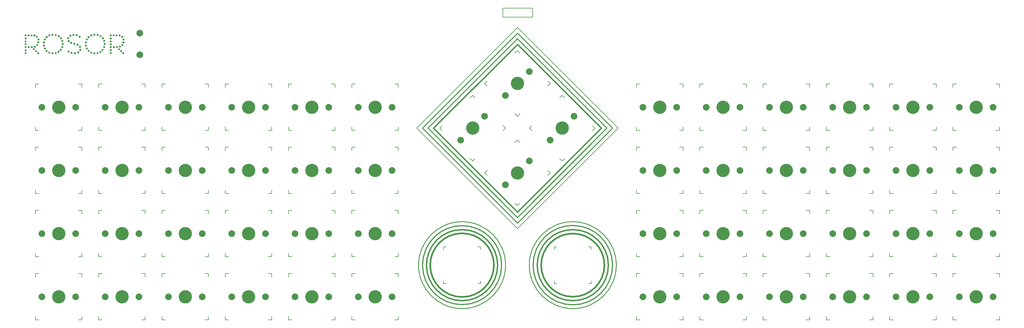
<source format=gto>
G04 #@! TF.GenerationSoftware,KiCad,Pcbnew,(6.0.2)*
G04 #@! TF.CreationDate,2022-02-25T11:44:51+09:00*
G04 #@! TF.ProjectId,RoSoR,526f536f-522e-46b6-9963-61645f706362,rev?*
G04 #@! TF.SameCoordinates,Original*
G04 #@! TF.FileFunction,Legend,Top*
G04 #@! TF.FilePolarity,Positive*
%FSLAX46Y46*%
G04 Gerber Fmt 4.6, Leading zero omitted, Abs format (unit mm)*
G04 Created by KiCad (PCBNEW (6.0.2)) date 2022-02-25 11:44:51*
%MOMM*%
%LPD*%
G01*
G04 APERTURE LIST*
%ADD10C,0.150000*%
%ADD11C,0.450000*%
%ADD12C,0.250000*%
%ADD13C,0.500000*%
%ADD14C,0.350000*%
%ADD15C,4.000000*%
%ADD16C,2.000000*%
G04 APERTURE END LIST*
D10*
X40332388Y-53578080D02*
X40332388Y-54619876D01*
X264467356Y-111769828D02*
X264467356Y-110728032D01*
X245417372Y-60721824D02*
X245417372Y-59680028D01*
X171443660Y-30587472D02*
X170706999Y-31324133D01*
X207317404Y-98821792D02*
X207317404Y-97779996D01*
X64442524Y-41671840D02*
X64442524Y-40630044D01*
X259407204Y-97779996D02*
X259407204Y-98821792D01*
X172180321Y-49635421D02*
X171443660Y-50372082D01*
X58340576Y-59680028D02*
X59382372Y-59680028D01*
X239315424Y-40630044D02*
X240357220Y-40630044D01*
X134540512Y-40630044D02*
X135582308Y-40630044D01*
X296465376Y-78730012D02*
X297507172Y-78730012D01*
X277415392Y-40630044D02*
X278457188Y-40630044D01*
X46434336Y-54619876D02*
X45392540Y-54619876D01*
X102542492Y-79771808D02*
X102542492Y-78730012D01*
X180599304Y-66683861D02*
X181335965Y-67420522D01*
X194806338Y-53950150D02*
X194069677Y-54686811D01*
X59382372Y-73669860D02*
X58340576Y-73669860D01*
X45392540Y-97779996D02*
X46434336Y-97779996D01*
X115490528Y-78730012D02*
X116532324Y-78730012D01*
X207317404Y-41671840D02*
X207317404Y-40630044D01*
X207317404Y-97779996D02*
X208359200Y-97779996D01*
X316557156Y-92719844D02*
X315515360Y-92719844D01*
X240357220Y-72628064D02*
X240357220Y-73669860D01*
X26342556Y-91678048D02*
X26342556Y-92719844D01*
X221307236Y-40630044D02*
X221307236Y-41671840D01*
X59382372Y-92719844D02*
X58340576Y-92719844D01*
X226367388Y-98821792D02*
X226367388Y-97779996D01*
X264467356Y-97779996D02*
X265509152Y-97779996D01*
X240357220Y-78730012D02*
X240357220Y-79771808D01*
X220265440Y-97779996D02*
X221307236Y-97779996D01*
X245417372Y-41671840D02*
X245417372Y-40630044D01*
X45392540Y-40630044D02*
X46434336Y-40630044D01*
X97482340Y-91678048D02*
X97482340Y-92719844D01*
X258365408Y-78730012D02*
X259407204Y-78730012D01*
X221307236Y-92719844D02*
X220265440Y-92719844D01*
X315515360Y-97779996D02*
X316557156Y-97779996D01*
X296465376Y-40630044D02*
X297507172Y-40630044D01*
X316557156Y-78730012D02*
X316557156Y-79771808D01*
D11*
X146193029Y-53951634D02*
X171450000Y-28694664D01*
X171450000Y-28694664D02*
X196706970Y-53951634D01*
X196706970Y-53951634D02*
X171450000Y-79208605D01*
X171450000Y-79208605D02*
X146193029Y-53951634D01*
D10*
X265509152Y-92719844D02*
X264467356Y-92719844D01*
X283517340Y-111769828D02*
X283517340Y-110728032D01*
X208359200Y-111769828D02*
X207317404Y-111769828D01*
X135582308Y-53578080D02*
X135582308Y-54619876D01*
X240357220Y-40630044D02*
X240357220Y-41671840D01*
X78432356Y-54619876D02*
X77390560Y-54619876D01*
D12*
X167878125Y-95250000D02*
G75*
G03*
X167878125Y-95250000I-13096875J0D01*
G01*
D10*
X207317404Y-60721824D02*
X207317404Y-59680028D01*
X121592476Y-98821792D02*
X121592476Y-97779996D01*
X277415392Y-97779996D02*
X278457188Y-97779996D01*
X207317404Y-111769828D02*
X207317404Y-110728032D01*
X246459168Y-92719844D02*
X245417372Y-92719844D01*
X297507172Y-72628064D02*
X297507172Y-73669860D01*
X78432356Y-91678048D02*
X78432356Y-92719844D01*
X245417372Y-92719844D02*
X245417372Y-91678048D01*
X259407204Y-91678048D02*
X259407204Y-92719844D01*
X27384352Y-54619876D02*
X26342556Y-54619876D01*
X259407204Y-54619876D02*
X258365408Y-54619876D01*
X97482340Y-111769828D02*
X96440544Y-111769828D01*
X103584288Y-111769828D02*
X102542492Y-111769828D01*
X259407204Y-59680028D02*
X259407204Y-60721824D01*
X65484320Y-92719844D02*
X64442524Y-92719844D01*
X157973287Y-44057845D02*
X158709948Y-44794506D01*
X102542492Y-78730012D02*
X103584288Y-78730012D01*
X297507172Y-40630044D02*
X297507172Y-41671840D01*
X46434336Y-73669860D02*
X45392540Y-73669860D01*
X97482340Y-78730012D02*
X97482340Y-79771808D01*
X226367388Y-92719844D02*
X226367388Y-91678048D01*
X316557156Y-53578080D02*
X316557156Y-54619876D01*
X175758389Y-53213489D02*
X175021728Y-53950150D01*
X115490528Y-40630044D02*
X116532324Y-40630044D01*
X83492508Y-41671840D02*
X83492508Y-40630044D01*
X121592476Y-73669860D02*
X121592476Y-72628064D01*
X122634272Y-54619876D02*
X121592476Y-54619876D01*
X278457188Y-72628064D02*
X278457188Y-73669860D01*
X207317404Y-91678048D02*
X207317404Y-92719844D01*
X135582308Y-73669860D02*
X134540512Y-73669860D01*
X175021728Y-53950150D02*
X175758389Y-54686811D01*
X264467356Y-92719844D02*
X264467356Y-91678048D01*
X278457188Y-78730012D02*
X278457188Y-79771808D01*
X239315424Y-78730012D02*
X240357220Y-78730012D01*
X316557156Y-40630044D02*
X316557156Y-41671840D01*
X135582308Y-92719844D02*
X134540512Y-92719844D01*
X64442524Y-54619876D02*
X64442524Y-53578080D01*
X102542492Y-59680028D02*
X103584288Y-59680028D01*
X64442524Y-40630044D02*
X65484320Y-40630044D01*
X221307236Y-53578080D02*
X221307236Y-54619876D01*
X64442524Y-78730012D02*
X65484320Y-78730012D01*
X302567324Y-98821792D02*
X302567324Y-97779996D01*
X64442524Y-59680028D02*
X65484320Y-59680028D01*
X297507172Y-110728032D02*
X297507172Y-111769828D01*
X58340576Y-40630044D02*
X59382372Y-40630044D01*
X265509152Y-111769828D02*
X264467356Y-111769828D01*
X245417372Y-97779996D02*
X246459168Y-97779996D01*
X59382372Y-110728032D02*
X59382372Y-111769828D01*
X102542492Y-41671840D02*
X102542492Y-40630044D01*
X302567324Y-78730012D02*
X303609120Y-78730012D01*
X45392540Y-73669860D02*
X45392540Y-72628064D01*
X296465376Y-97779996D02*
X297507172Y-97779996D01*
X121592476Y-54619876D02*
X121592476Y-53578080D01*
X148080982Y-53950150D02*
X148817643Y-53213489D01*
X302567324Y-41671840D02*
X302567324Y-40630044D01*
X284559136Y-73669860D02*
X283517340Y-73669860D01*
X84534304Y-73669860D02*
X83492508Y-73669860D01*
X207317404Y-92719844D02*
X208359200Y-92719844D01*
X316557156Y-73669860D02*
X315515360Y-73669860D01*
X316557156Y-72628064D02*
X316557156Y-73669860D01*
X135582308Y-111769828D02*
X134540512Y-111769828D01*
X278457188Y-40630044D02*
X278457188Y-41671840D01*
X78432356Y-53578080D02*
X78432356Y-54619876D01*
X297507172Y-111769828D02*
X296465376Y-111769828D01*
X78432356Y-40630044D02*
X78432356Y-41671840D01*
X315515360Y-59680028D02*
X316557156Y-59680028D01*
X45392540Y-98821792D02*
X45392540Y-97779996D01*
X316557156Y-110728032D02*
X316557156Y-111769828D01*
X246459168Y-54619876D02*
X245417372Y-54619876D01*
X59382372Y-72628064D02*
X59382372Y-73669860D01*
X116532324Y-72628064D02*
X116532324Y-73669860D01*
X121592476Y-40630044D02*
X122634272Y-40630044D01*
X240357220Y-91678048D02*
X240357220Y-92719844D01*
X161551355Y-67420522D02*
X162288016Y-66683861D01*
X77390560Y-78730012D02*
X78432356Y-78730012D01*
X121592476Y-59680028D02*
X122634272Y-59680028D01*
X45392540Y-79771808D02*
X45392540Y-78730012D01*
X102542492Y-92719844D02*
X102542492Y-91678048D01*
X96440544Y-78730012D02*
X97482340Y-78730012D01*
X245417372Y-40630044D02*
X246459168Y-40630044D01*
X297507172Y-59680028D02*
X297507172Y-60721824D01*
X83492508Y-111769828D02*
X83492508Y-110728032D01*
X284559136Y-111769828D02*
X283517340Y-111769828D01*
X264467356Y-98821792D02*
X264467356Y-97779996D01*
X278457188Y-110728032D02*
X278457188Y-111769828D01*
X78432356Y-110728032D02*
X78432356Y-111769828D01*
X116532324Y-111769828D02*
X115490528Y-111769828D01*
X207317404Y-59680028D02*
X208359200Y-59680028D01*
X302567324Y-40630044D02*
X303609120Y-40630044D01*
D11*
X198834375Y-95250000D02*
G75*
G03*
X198834375Y-95250000I-10715625J0D01*
G01*
D10*
X116532324Y-40630044D02*
X116532324Y-41671840D01*
X283517340Y-92719844D02*
X283517340Y-91678048D01*
X167128931Y-53213489D02*
X167865592Y-53950150D01*
X40332388Y-72628064D02*
X40332388Y-73669860D01*
X102542492Y-97779996D02*
X103584288Y-97779996D01*
X96440544Y-40630044D02*
X97482340Y-40630044D01*
X97482340Y-97779996D02*
X97482340Y-98821792D01*
X78432356Y-73669860D02*
X77390560Y-73669860D01*
X116532324Y-97779996D02*
X116532324Y-98821792D01*
X45392540Y-78730012D02*
X46434336Y-78730012D01*
X296465376Y-59680028D02*
X297507172Y-59680028D01*
X284559136Y-54619876D02*
X283517340Y-54619876D01*
X180599304Y-39743116D02*
X181335965Y-40479777D01*
X135582308Y-59680028D02*
X135582308Y-60721824D01*
X64442524Y-97779996D02*
X65484320Y-97779996D01*
X283517340Y-73669860D02*
X283517340Y-72628064D01*
X115490528Y-97779996D02*
X116532324Y-97779996D01*
X226367388Y-40630044D02*
X227409184Y-40630044D01*
X40332388Y-92719844D02*
X39290592Y-92719844D01*
X185650694Y-63105794D02*
X184914033Y-63842455D01*
X259407204Y-78730012D02*
X259407204Y-79771808D01*
X121592476Y-79771808D02*
X121592476Y-78730012D01*
X297507172Y-53578080D02*
X297507172Y-54619876D01*
X59382372Y-78730012D02*
X59382372Y-79771808D01*
X264467356Y-41671840D02*
X264467356Y-40630044D01*
X84534304Y-54619876D02*
X83492508Y-54619876D01*
X226367388Y-79771808D02*
X226367388Y-78730012D01*
X184914033Y-44057845D02*
X185650694Y-44794506D01*
X135582308Y-72628064D02*
X135582308Y-73669860D01*
X58340576Y-97779996D02*
X59382372Y-97779996D01*
X135582308Y-91678048D02*
X135582308Y-92719844D01*
X40332388Y-110728032D02*
X40332388Y-111769828D01*
X258365408Y-59680028D02*
X259407204Y-59680028D01*
X102542492Y-54619876D02*
X102542492Y-53578080D01*
X97482340Y-73669860D02*
X96440544Y-73669860D01*
X258365408Y-97779996D02*
X259407204Y-97779996D01*
X122634272Y-92719844D02*
X121592476Y-92719844D01*
X134540512Y-59680028D02*
X135582308Y-59680028D01*
X40332388Y-73669860D02*
X39290592Y-73669860D01*
X97482340Y-110728032D02*
X97482340Y-111769828D01*
X40332388Y-54619876D02*
X39290592Y-54619876D01*
X259407204Y-73669860D02*
X258365408Y-73669860D01*
X103584288Y-54619876D02*
X102542492Y-54619876D01*
X316557156Y-59680028D02*
X316557156Y-60721824D01*
X59382372Y-53578080D02*
X59382372Y-54619876D01*
X226367388Y-60721824D02*
X226367388Y-59680028D01*
X59382372Y-111769828D02*
X58340576Y-111769828D01*
X45392540Y-60721824D02*
X45392540Y-59680028D01*
X226367388Y-59680028D02*
X227409184Y-59680028D01*
X297507172Y-54619876D02*
X296465376Y-54619876D01*
X302567324Y-92719844D02*
X302567324Y-91678048D01*
X103584288Y-73669860D02*
X102542492Y-73669860D01*
X121592476Y-97779996D02*
X122634272Y-97779996D01*
X64442524Y-92719844D02*
X64442524Y-91678048D01*
X264467356Y-78730012D02*
X265509152Y-78730012D01*
X181335965Y-40479777D02*
X180599304Y-41216438D01*
X221307236Y-110728032D02*
X221307236Y-111769828D01*
X40332388Y-91678048D02*
X40332388Y-92719844D01*
X97482340Y-92719844D02*
X96440544Y-92719844D01*
X245417372Y-79771808D02*
X245417372Y-78730012D01*
X78432356Y-78730012D02*
X78432356Y-79771808D01*
X64442524Y-111769828D02*
X64442524Y-110728032D01*
X162288016Y-41216438D02*
X161551355Y-40479777D01*
X221307236Y-91678048D02*
X221307236Y-92719844D01*
X278457188Y-59680028D02*
X278457188Y-60721824D01*
X46434336Y-111769828D02*
X45392540Y-111769828D01*
X46434336Y-92719844D02*
X45392540Y-92719844D01*
X97482340Y-59680028D02*
X97482340Y-60721824D01*
D13*
X197643750Y-95250000D02*
G75*
G03*
X197643750Y-95250000I-9525000J0D01*
G01*
D10*
X259407204Y-53578080D02*
X259407204Y-54619876D01*
X102542492Y-111769828D02*
X102542492Y-110728032D01*
X115490528Y-59680028D02*
X116532324Y-59680028D01*
X65484320Y-54619876D02*
X64442524Y-54619876D01*
X135582308Y-78730012D02*
X135582308Y-79771808D01*
X77390560Y-40630044D02*
X78432356Y-40630044D01*
X172180321Y-31324133D02*
X171443660Y-30587472D01*
D13*
X164380376Y-95250000D02*
G75*
G03*
X164380376Y-95250000I-9599126J0D01*
G01*
D10*
X171443660Y-77312828D02*
X170706999Y-76576167D01*
X83492508Y-79771808D02*
X83492508Y-78730012D01*
X278457188Y-97779996D02*
X278457188Y-98821792D01*
D11*
X165496875Y-95250000D02*
G75*
G03*
X165496875Y-95250000I-10715625J0D01*
G01*
D10*
X226367388Y-73669860D02*
X226367388Y-72628064D01*
X283517340Y-59680028D02*
X284559136Y-59680028D01*
X208359200Y-54619876D02*
X207317404Y-54619876D01*
D12*
X201215625Y-95250000D02*
G75*
G03*
X201215625Y-95250000I-13096875J0D01*
G01*
D10*
X246459168Y-111769828D02*
X245417372Y-111769828D01*
X78432356Y-72628064D02*
X78432356Y-73669860D01*
X226367388Y-41671840D02*
X226367388Y-40630044D01*
X83492508Y-60721824D02*
X83492508Y-59680028D01*
X116532324Y-92719844D02*
X115490528Y-92719844D01*
X278457188Y-54619876D02*
X277415392Y-54619876D01*
X245417372Y-54619876D02*
X245417372Y-53578080D01*
X26342556Y-111769828D02*
X26342556Y-110728032D01*
X302567324Y-60721824D02*
X302567324Y-59680028D01*
X264467356Y-40630044D02*
X265509152Y-40630044D01*
D12*
X171450000Y-82576200D02*
X200074566Y-53951634D01*
X200074566Y-53951634D02*
X171450000Y-25327068D01*
X171450000Y-25327068D02*
X142825434Y-53951634D01*
X142825434Y-53951634D02*
X171450000Y-82576200D01*
D10*
X83492508Y-59680028D02*
X84534304Y-59680028D01*
X83492508Y-54619876D02*
X83492508Y-53578080D01*
X277415392Y-59680028D02*
X278457188Y-59680028D01*
X259407204Y-111769828D02*
X258365408Y-111769828D01*
X302567324Y-54619876D02*
X302567324Y-53578080D01*
X116532324Y-54619876D02*
X115490528Y-54619876D01*
X59382372Y-97779996D02*
X59382372Y-98821792D01*
X245417372Y-98821792D02*
X245417372Y-97779996D01*
X207317404Y-40630044D02*
X208359200Y-40630044D01*
X64442524Y-60721824D02*
X64442524Y-59680028D01*
X27384352Y-111769828D02*
X26342556Y-111769828D01*
X40332388Y-97779996D02*
X40332388Y-98821792D01*
X278457188Y-92719844D02*
X277415392Y-92719844D01*
X171443660Y-57528217D02*
X170706999Y-58264878D01*
X26342556Y-40630044D02*
X27384352Y-40630044D01*
X122634272Y-111769828D02*
X121592476Y-111769828D01*
X246459168Y-73669860D02*
X245417372Y-73669860D01*
X227409184Y-92719844D02*
X226367388Y-92719844D01*
X84534304Y-111769828D02*
X83492508Y-111769828D01*
X264467356Y-73669860D02*
X264467356Y-72628064D01*
X245417372Y-59680028D02*
X246459168Y-59680028D01*
X78432356Y-59680028D02*
X78432356Y-60721824D01*
X184177372Y-44794506D02*
X184914033Y-44057845D01*
X26342556Y-79771808D02*
X26342556Y-78730012D01*
X302567324Y-59680028D02*
X303609120Y-59680028D01*
X227409184Y-111769828D02*
X226367388Y-111769828D01*
X171443660Y-50372082D02*
X170706999Y-49635421D01*
X121592476Y-41671840D02*
X121592476Y-40630044D01*
X278457188Y-91678048D02*
X278457188Y-92719844D01*
X26342556Y-97779996D02*
X27384352Y-97779996D01*
X207317404Y-79771808D02*
X207317404Y-78730012D01*
X221307236Y-59680028D02*
X221307236Y-60721824D01*
X39290592Y-97779996D02*
X40332388Y-97779996D01*
X84534304Y-92719844D02*
X83492508Y-92719844D01*
X283517340Y-41671840D02*
X283517340Y-40630044D01*
X78432356Y-92719844D02*
X77390560Y-92719844D01*
X45392540Y-41671840D02*
X45392540Y-40630044D01*
X167865592Y-53950150D02*
X167128931Y-54686811D01*
X221307236Y-54619876D02*
X220265440Y-54619876D01*
X116532324Y-110728032D02*
X116532324Y-111769828D01*
X26342556Y-41671840D02*
X26342556Y-40630044D01*
X59382372Y-40630044D02*
X59382372Y-41671840D01*
X240357220Y-92719844D02*
X239315424Y-92719844D01*
X315515360Y-78730012D02*
X316557156Y-78730012D01*
X226367388Y-111769828D02*
X226367388Y-110728032D01*
X135582308Y-110728032D02*
X135582308Y-111769828D01*
D14*
X171450000Y-27010866D02*
X144509232Y-53951634D01*
X144509232Y-53951634D02*
X171450000Y-80892402D01*
X171450000Y-80892402D02*
X198390768Y-53951634D01*
X198390768Y-53951634D02*
X171450000Y-27010866D01*
D10*
X148817643Y-54686811D02*
X148080982Y-53950150D01*
X134540512Y-97779996D02*
X135582308Y-97779996D01*
X240357220Y-110728032D02*
X240357220Y-111769828D01*
X78432356Y-97779996D02*
X78432356Y-98821792D01*
X278457188Y-73669860D02*
X277415392Y-73669860D01*
X121592476Y-111769828D02*
X121592476Y-110728032D01*
X157973287Y-63842455D02*
X157236626Y-63105794D01*
X26342556Y-92719844D02*
X27384352Y-92719844D01*
X283517340Y-54619876D02*
X283517340Y-53578080D01*
X77390560Y-59680028D02*
X78432356Y-59680028D01*
X162288016Y-68157183D02*
X161551355Y-67420522D01*
X259407204Y-92719844D02*
X258365408Y-92719844D01*
X59382372Y-91678048D02*
X59382372Y-92719844D01*
X77390560Y-97779996D02*
X78432356Y-97779996D01*
X121592476Y-92719844D02*
X121592476Y-91678048D01*
X316557156Y-97779996D02*
X316557156Y-98821792D01*
X283517340Y-78730012D02*
X284559136Y-78730012D01*
X172180321Y-58264878D02*
X171443660Y-57528217D01*
X259407204Y-72628064D02*
X259407204Y-73669860D01*
D14*
X200084383Y-95250000D02*
G75*
G03*
X200084383Y-95250000I-11965633J0D01*
G01*
D10*
X207317404Y-73669860D02*
X208359200Y-73669860D01*
X121592476Y-60721824D02*
X121592476Y-59680028D01*
X265509152Y-54619876D02*
X264467356Y-54619876D01*
X259407204Y-40630044D02*
X259407204Y-41671840D01*
X297507172Y-73669860D02*
X296465376Y-73669860D01*
X265509152Y-73669860D02*
X264467356Y-73669860D01*
X302567324Y-79771808D02*
X302567324Y-78730012D01*
X65484320Y-111769828D02*
X64442524Y-111769828D01*
X221307236Y-72628064D02*
X221307236Y-73669860D01*
X83492508Y-97779996D02*
X84534304Y-97779996D01*
X302567324Y-111769828D02*
X302567324Y-110728032D01*
X316557156Y-54619876D02*
X315515360Y-54619876D01*
X264467356Y-59680028D02*
X265509152Y-59680028D01*
X221307236Y-111769828D02*
X220265440Y-111769828D01*
X245417372Y-78730012D02*
X246459168Y-78730012D01*
X316557156Y-111769828D02*
X315515360Y-111769828D01*
X207317404Y-78730012D02*
X208359200Y-78730012D01*
X64442524Y-98821792D02*
X64442524Y-97779996D01*
X103584288Y-92719844D02*
X102542492Y-92719844D01*
X102542492Y-73669860D02*
X102542492Y-72628064D01*
X240357220Y-54619876D02*
X239315424Y-54619876D01*
X278457188Y-53578080D02*
X278457188Y-54619876D01*
X302567324Y-97779996D02*
X303609120Y-97779996D01*
D14*
X166687500Y-95250000D02*
G75*
G03*
X166687500Y-95250000I-11906250J0D01*
G01*
D10*
X297507172Y-97779996D02*
X297507172Y-98821792D01*
X97482340Y-53578080D02*
X97482340Y-54619876D01*
X27384352Y-73669860D02*
X26342556Y-73669860D01*
X26342556Y-60721824D02*
X26342556Y-59680028D01*
X39290592Y-59680028D02*
X40332388Y-59680028D01*
X64442524Y-79771808D02*
X64442524Y-78730012D01*
X58340576Y-78730012D02*
X59382372Y-78730012D01*
X207317404Y-72628064D02*
X207317404Y-73669860D01*
X97482340Y-72628064D02*
X97482340Y-73669860D01*
X316557156Y-91678048D02*
X316557156Y-92719844D01*
X96440544Y-97779996D02*
X97482340Y-97779996D01*
X283517340Y-40630044D02*
X284559136Y-40630044D01*
X297507172Y-92719844D02*
X296465376Y-92719844D01*
X116532324Y-91678048D02*
X116532324Y-92719844D01*
X26342556Y-98821792D02*
X26342556Y-97779996D01*
X278457188Y-111769828D02*
X277415392Y-111769828D01*
X26342556Y-54619876D02*
X26342556Y-53578080D01*
X240357220Y-97779996D02*
X240357220Y-98821792D01*
X97482340Y-40630044D02*
X97482340Y-41671840D01*
X161551355Y-40479777D02*
X162288016Y-39743116D01*
X264467356Y-79771808D02*
X264467356Y-78730012D01*
X96440544Y-59680028D02*
X97482340Y-59680028D01*
X78432356Y-111769828D02*
X77390560Y-111769828D01*
X83492508Y-73669860D02*
X83492508Y-72628064D01*
X45392540Y-59680028D02*
X46434336Y-59680028D01*
X303609120Y-73669860D02*
X302567324Y-73669860D01*
X121592476Y-78730012D02*
X122634272Y-78730012D01*
X172180321Y-76576167D02*
X171443660Y-77312828D01*
X135582308Y-40630044D02*
X135582308Y-41671840D01*
X220265440Y-78730012D02*
X221307236Y-78730012D01*
X264467356Y-54619876D02*
X264467356Y-53578080D01*
X297507172Y-78730012D02*
X297507172Y-79771808D01*
X194069677Y-53213489D02*
X194806338Y-53950150D01*
X39290592Y-78730012D02*
X40332388Y-78730012D01*
X221307236Y-73669860D02*
X220265440Y-73669860D01*
X240357220Y-73669860D02*
X239315424Y-73669860D01*
X283517340Y-97779996D02*
X284559136Y-97779996D01*
X239315424Y-97779996D02*
X240357220Y-97779996D01*
X259407204Y-110728032D02*
X259407204Y-111769828D01*
X102542492Y-98821792D02*
X102542492Y-97779996D01*
X39290592Y-40630044D02*
X40332388Y-40630044D01*
X171450000Y-23643270D02*
X141141636Y-53951634D01*
X141141636Y-53951634D02*
X171450000Y-84259998D01*
X171450000Y-84259998D02*
X201758364Y-53951634D01*
X201758364Y-53951634D02*
X171450000Y-23643270D01*
X45392540Y-111769828D02*
X45392540Y-110728032D01*
X264467356Y-60721824D02*
X264467356Y-59680028D01*
X181335965Y-67420522D02*
X180599304Y-68157183D01*
X184914033Y-63842455D02*
X184177372Y-63105794D01*
X97482340Y-54619876D02*
X96440544Y-54619876D01*
X245417372Y-73669860D02*
X245417372Y-72628064D01*
X315515360Y-40630044D02*
X316557156Y-40630044D01*
X102542492Y-60721824D02*
X102542492Y-59680028D01*
X40332388Y-78730012D02*
X40332388Y-79771808D01*
X45392540Y-54619876D02*
X45392540Y-53578080D01*
X135582308Y-54619876D02*
X134540512Y-54619876D01*
X40332388Y-40630044D02*
X40332388Y-41671840D01*
X258365408Y-40630044D02*
X259407204Y-40630044D01*
X59382372Y-59680028D02*
X59382372Y-60721824D01*
X277415392Y-78730012D02*
X278457188Y-78730012D01*
X227409184Y-54619876D02*
X226367388Y-54619876D01*
X245417372Y-111769828D02*
X245417372Y-110728032D01*
X303609120Y-92719844D02*
X302567324Y-92719844D01*
X227409184Y-73669860D02*
X226367388Y-73669860D01*
X158709948Y-63105794D02*
X157973287Y-63842455D01*
X26342556Y-73669860D02*
X26342556Y-72628064D01*
X283517340Y-98821792D02*
X283517340Y-97779996D01*
X135582308Y-97779996D02*
X135582308Y-98821792D01*
X64442524Y-73669860D02*
X64442524Y-72628064D01*
X220265440Y-40630044D02*
X221307236Y-40630044D01*
X220265440Y-59680028D02*
X221307236Y-59680028D01*
X283517340Y-60721824D02*
X283517340Y-59680028D01*
X65484320Y-73669860D02*
X64442524Y-73669860D01*
X221307236Y-78730012D02*
X221307236Y-79771808D01*
X122634272Y-73669860D02*
X121592476Y-73669860D01*
X83492508Y-40630044D02*
X84534304Y-40630044D01*
X45392540Y-92719844D02*
X45392540Y-91678048D01*
X207317404Y-54619876D02*
X207317404Y-53578080D01*
X303609120Y-54619876D02*
X302567324Y-54619876D01*
X297507172Y-91678048D02*
X297507172Y-92719844D01*
X116532324Y-53578080D02*
X116532324Y-54619876D01*
X26342556Y-59680028D02*
X27384352Y-59680028D01*
X221307236Y-97779996D02*
X221307236Y-98821792D01*
X240357220Y-53578080D02*
X240357220Y-54619876D01*
X283517340Y-79771808D02*
X283517340Y-78730012D01*
X116532324Y-59680028D02*
X116532324Y-60721824D01*
X26342556Y-78730012D02*
X27384352Y-78730012D01*
X239315424Y-59680028D02*
X240357220Y-59680028D01*
X59382372Y-54619876D02*
X58340576Y-54619876D01*
X83492508Y-98821792D02*
X83492508Y-97779996D01*
X226367388Y-54619876D02*
X226367388Y-53578080D01*
X40332388Y-111769828D02*
X39290592Y-111769828D01*
X302567324Y-73669860D02*
X302567324Y-72628064D01*
X240357220Y-111769828D02*
X239315424Y-111769828D01*
X83492508Y-78730012D02*
X84534304Y-78730012D01*
X240357220Y-59680028D02*
X240357220Y-60721824D01*
X116532324Y-73669860D02*
X115490528Y-73669860D01*
X83492508Y-92719844D02*
X83492508Y-91678048D01*
X303609120Y-111769828D02*
X302567324Y-111769828D01*
X226367388Y-78730012D02*
X227409184Y-78730012D01*
X116532324Y-78730012D02*
X116532324Y-79771808D01*
X284559136Y-92719844D02*
X283517340Y-92719844D01*
X134540512Y-78730012D02*
X135582308Y-78730012D01*
X102542492Y-40630044D02*
X103584288Y-40630044D01*
X226367388Y-97779996D02*
X227409184Y-97779996D01*
X157236626Y-44794506D02*
X157973287Y-44057845D01*
X40332388Y-59680028D02*
X40332388Y-60721824D01*
X149225000Y-89693750D02*
X149225000Y-90487500D01*
X160337500Y-90487500D02*
X160337500Y-89693750D01*
X160337500Y-89693750D02*
X159543750Y-89693750D01*
X160337500Y-100012500D02*
X160337500Y-100806250D01*
X149225000Y-100806250D02*
X150018750Y-100806250D01*
X160337500Y-100806250D02*
X159543750Y-100806250D01*
X149225000Y-100012500D02*
X149225000Y-100806250D01*
X150018750Y-89693750D02*
X149225000Y-89693750D01*
X182562500Y-100012500D02*
X182562500Y-100806250D01*
X182562500Y-100806250D02*
X183356250Y-100806250D01*
X183356250Y-89693750D02*
X182562500Y-89693750D01*
X193675000Y-90487500D02*
X193675000Y-89693750D01*
X193675000Y-100806250D02*
X192881250Y-100806250D01*
X182562500Y-89693750D02*
X182562500Y-90487500D01*
X193675000Y-100012500D02*
X193675000Y-100806250D01*
X193675000Y-89693750D02*
X192881250Y-89693750D01*
X176068750Y-17750000D02*
X176068750Y-20500000D01*
X176068750Y-20500000D02*
X167068750Y-20500000D01*
X167068750Y-17750000D02*
X176068750Y-17750000D01*
X167068750Y-20500000D02*
X167068750Y-17750000D01*
G36*
X53032202Y-31124137D02*
G01*
X53105195Y-31296726D01*
X53105281Y-31303699D01*
X53047733Y-31447719D01*
X52919037Y-31596007D01*
X52785115Y-31675241D01*
X52769967Y-31676650D01*
X52659096Y-31623395D01*
X52566384Y-31544920D01*
X52445857Y-31350858D01*
X52489456Y-31183131D01*
X52641742Y-31075729D01*
X52859647Y-31041584D01*
X53032202Y-31124137D01*
G37*
G36*
X33545120Y-25996921D02*
G01*
X33629985Y-26156353D01*
X33616458Y-26307611D01*
X33500619Y-26442722D01*
X33314407Y-26476205D01*
X33124234Y-26403378D01*
X33064465Y-26346521D01*
X32999643Y-26184436D01*
X33041805Y-26074079D01*
X33200493Y-25935247D01*
X33385110Y-25916374D01*
X33545120Y-25996921D01*
G37*
G36*
X37011991Y-25791950D02*
G01*
X37091110Y-25886980D01*
X37165422Y-26048780D01*
X37145985Y-26152992D01*
X37046158Y-26263731D01*
X36847834Y-26385692D01*
X36661786Y-26340882D01*
X36607855Y-26294868D01*
X36513666Y-26105162D01*
X36549951Y-25909565D01*
X36691813Y-25765182D01*
X36856391Y-25724835D01*
X37011991Y-25791950D01*
G37*
G36*
X36352564Y-26486226D02*
G01*
X36481640Y-26628988D01*
X36491054Y-26810671D01*
X36398589Y-26974184D01*
X36222027Y-27062438D01*
X36171947Y-27066089D01*
X35995931Y-27010162D01*
X35937228Y-26965495D01*
X35842598Y-26789396D01*
X35915344Y-26616979D01*
X36017251Y-26529944D01*
X36213635Y-26449782D01*
X36352564Y-26486226D01*
G37*
G36*
X50119672Y-25740364D02*
G01*
X50226128Y-25879302D01*
X50207897Y-26049647D01*
X50177119Y-26095036D01*
X50017812Y-26206247D01*
X49919802Y-26227805D01*
X49746378Y-26167336D01*
X49662485Y-26095036D01*
X49604760Y-25924821D01*
X49680265Y-25772333D01*
X49857725Y-25687659D01*
X49919802Y-25682920D01*
X50119672Y-25740364D01*
G37*
G36*
X34194954Y-26557287D02*
G01*
X34314740Y-26746800D01*
X34292591Y-26957137D01*
X34227129Y-27049323D01*
X34046268Y-27144529D01*
X33870468Y-27073033D01*
X33828095Y-27028202D01*
X33755320Y-26847835D01*
X33792682Y-26670632D01*
X33906539Y-26539778D01*
X34063249Y-26498457D01*
X34194954Y-26557287D01*
G37*
G36*
X26766403Y-30519818D02*
G01*
X26869312Y-30704719D01*
X26842328Y-30874706D01*
X26721722Y-30992548D01*
X26543765Y-31021012D01*
X26360651Y-30936318D01*
X26235260Y-30804867D01*
X26236972Y-30676288D01*
X26271988Y-30602221D01*
X26429766Y-30448449D01*
X26628417Y-30435133D01*
X26766403Y-30519818D01*
G37*
G36*
X27507878Y-27026639D02*
G01*
X27571643Y-27212820D01*
X27511502Y-27367786D01*
X27371197Y-27461786D01*
X27194473Y-27465067D01*
X27028822Y-27352461D01*
X26963937Y-27191076D01*
X27006585Y-27080019D01*
X27170610Y-26936965D01*
X27362597Y-26923308D01*
X27507878Y-27026639D01*
G37*
G36*
X50978489Y-25703823D02*
G01*
X51043848Y-25802164D01*
X51051485Y-25934406D01*
X51025936Y-26118224D01*
X50917308Y-26195845D01*
X50820481Y-26212462D01*
X50615392Y-26190072D01*
X50540949Y-26112573D01*
X50507661Y-25876221D01*
X50610288Y-25727098D01*
X50801148Y-25682920D01*
X50978489Y-25703823D01*
G37*
G36*
X32620073Y-25619994D02*
G01*
X32685432Y-25718336D01*
X32693069Y-25850577D01*
X32667520Y-26034396D01*
X32558892Y-26112017D01*
X32462065Y-26128634D01*
X32256976Y-26106244D01*
X32182533Y-26028745D01*
X32149245Y-25792393D01*
X32251872Y-25643270D01*
X32442732Y-25599092D01*
X32620073Y-25619994D01*
G37*
G36*
X38938643Y-25684140D02*
G01*
X39018383Y-25877849D01*
X39022112Y-25935701D01*
X38956246Y-26125311D01*
X38792571Y-26214754D01*
X38581979Y-26181311D01*
X38532765Y-26154170D01*
X38452898Y-26018622D01*
X38467279Y-25827505D01*
X38564339Y-25655295D01*
X38616901Y-25612514D01*
X38789543Y-25583514D01*
X38938643Y-25684140D01*
G37*
G36*
X23532654Y-31016080D02*
G01*
X23647571Y-31150461D01*
X23676170Y-31334954D01*
X23616118Y-31494139D01*
X23548919Y-31541939D01*
X23369037Y-31588488D01*
X23244580Y-31537645D01*
X23195314Y-31492227D01*
X23101058Y-31310895D01*
X23131964Y-31134022D01*
X23254782Y-31008540D01*
X23436262Y-30981379D01*
X23532654Y-31016080D01*
G37*
G36*
X23566608Y-27548047D02*
G01*
X23631967Y-27646388D01*
X23639604Y-27778630D01*
X23608070Y-27970914D01*
X23494305Y-28049723D01*
X23464612Y-28055118D01*
X23274492Y-28020750D01*
X23185247Y-27954359D01*
X23097137Y-27758170D01*
X23157550Y-27602968D01*
X23347357Y-27528813D01*
X23389267Y-27527145D01*
X23566608Y-27548047D01*
G37*
G36*
X39935744Y-29163722D02*
G01*
X40049954Y-29320325D01*
X40045992Y-29550326D01*
X39919116Y-29696532D01*
X39703540Y-29733636D01*
X39546040Y-29693079D01*
X39459512Y-29581213D01*
X39449691Y-29398058D01*
X39514123Y-29220114D01*
X39562974Y-29165137D01*
X39747583Y-29103749D01*
X39935744Y-29163722D01*
G37*
G36*
X43237524Y-25678273D02*
G01*
X43385257Y-25781663D01*
X43458107Y-25942916D01*
X43413689Y-26123019D01*
X43244526Y-26274870D01*
X43048686Y-26268040D01*
X42930307Y-26184090D01*
X42813066Y-26034893D01*
X42823575Y-25900798D01*
X42904716Y-25773655D01*
X43061734Y-25664890D01*
X43237524Y-25678273D01*
G37*
G36*
X39291821Y-30788559D02*
G01*
X39457819Y-30918739D01*
X39474178Y-30943151D01*
X39521111Y-31124929D01*
X39474178Y-31236551D01*
X39311112Y-31380366D01*
X39119468Y-31400825D01*
X38961020Y-31294912D01*
X38941006Y-31262595D01*
X38893155Y-31047944D01*
X38965200Y-30879697D01*
X39112852Y-30784390D01*
X39291821Y-30788559D01*
G37*
G36*
X42455053Y-26184614D02*
G01*
X42586483Y-26296505D01*
X42620296Y-26474867D01*
X42568206Y-26659068D01*
X42441928Y-26788475D01*
X42333333Y-26814604D01*
X42198030Y-26760841D01*
X42140528Y-26714010D01*
X42045480Y-26527962D01*
X42077701Y-26341537D01*
X42206806Y-26205878D01*
X42402409Y-26172129D01*
X42455053Y-26184614D01*
G37*
G36*
X37895033Y-25515263D02*
G01*
X38039451Y-25632628D01*
X38096094Y-25811985D01*
X38035177Y-26001698D01*
X37999406Y-26043383D01*
X37809237Y-26138083D01*
X37617260Y-26093644D01*
X37516451Y-25982393D01*
X37468918Y-25756523D01*
X37567730Y-25578381D01*
X37692625Y-25511529D01*
X37895033Y-25515263D01*
G37*
G36*
X46766285Y-30084179D02*
G01*
X46866969Y-30233751D01*
X46876478Y-30409678D01*
X46769331Y-30560383D01*
X46599233Y-30657715D01*
X46468793Y-30630712D01*
X46358896Y-30534792D01*
X46253147Y-30339058D01*
X46308649Y-30149648D01*
X46419967Y-30051410D01*
X46606570Y-30007790D01*
X46766285Y-30084179D01*
G37*
G36*
X44090285Y-25485191D02*
G01*
X44276208Y-25589833D01*
X44372824Y-25773498D01*
X44361187Y-25923011D01*
X44243621Y-26032995D01*
X44059203Y-26053762D01*
X43881419Y-25987821D01*
X43806528Y-25904071D01*
X43780222Y-25715513D01*
X43869065Y-25554375D01*
X44032211Y-25480953D01*
X44090285Y-25485191D01*
G37*
G36*
X38250135Y-28265905D02*
G01*
X38262750Y-28277160D01*
X38405478Y-28433685D01*
X38412841Y-28557794D01*
X38303583Y-28694754D01*
X38104926Y-28816117D01*
X37921875Y-28772091D01*
X37851857Y-28704769D01*
X37777645Y-28503337D01*
X37846994Y-28302266D01*
X37948393Y-28210281D01*
X38092048Y-28172290D01*
X38250135Y-28265905D01*
G37*
G36*
X37201880Y-27941639D02*
G01*
X37349613Y-28045029D01*
X37422464Y-28206283D01*
X37378045Y-28386386D01*
X37208882Y-28538236D01*
X37013043Y-28531406D01*
X36894663Y-28447456D01*
X36777422Y-28298259D01*
X36787932Y-28164165D01*
X36869072Y-28037022D01*
X37026091Y-27928256D01*
X37201880Y-27941639D01*
G37*
G36*
X23509839Y-30124548D02*
G01*
X23641269Y-30236439D01*
X23675081Y-30414801D01*
X23622991Y-30599002D01*
X23496713Y-30728409D01*
X23388119Y-30754538D01*
X23252816Y-30700775D01*
X23195314Y-30653944D01*
X23100265Y-30467896D01*
X23132486Y-30281471D01*
X23261591Y-30145812D01*
X23457194Y-30112063D01*
X23509839Y-30124548D01*
G37*
G36*
X31616720Y-25520019D02*
G01*
X31732458Y-25660882D01*
X31745458Y-25847486D01*
X31722845Y-25904071D01*
X31586314Y-26022732D01*
X31397393Y-26056247D01*
X31229569Y-26002108D01*
X31168186Y-25923011D01*
X31169788Y-25724583D01*
X31292304Y-25554097D01*
X31439088Y-25485191D01*
X31616720Y-25520019D01*
G37*
G36*
X36386122Y-30544966D02*
G01*
X36530540Y-30662331D01*
X36587183Y-30841688D01*
X36526266Y-31031401D01*
X36490495Y-31073085D01*
X36300326Y-31167786D01*
X36108349Y-31123347D01*
X36007540Y-31012095D01*
X35960007Y-30786226D01*
X36058819Y-30608084D01*
X36183714Y-30541232D01*
X36386122Y-30544966D01*
G37*
G36*
X49200028Y-31026164D02*
G01*
X49314448Y-31149574D01*
X49332330Y-31322136D01*
X49232409Y-31492227D01*
X49040271Y-31587680D01*
X48846955Y-31535668D01*
X48737995Y-31409824D01*
X48687603Y-31258668D01*
X48755489Y-31137891D01*
X48826658Y-31075728D01*
X49025341Y-30989137D01*
X49200028Y-31026164D01*
G37*
G36*
X26298990Y-29088027D02*
G01*
X26413907Y-29222408D01*
X26442506Y-29406901D01*
X26382455Y-29566086D01*
X26315256Y-29613886D01*
X26135373Y-29660435D01*
X26010917Y-29609592D01*
X25961650Y-29564175D01*
X25867395Y-29382842D01*
X25898301Y-29205970D01*
X26021119Y-29080488D01*
X26202599Y-29053326D01*
X26298990Y-29088027D01*
G37*
G36*
X28992163Y-28769816D02*
G01*
X29137148Y-28885365D01*
X29189601Y-29071436D01*
X29173554Y-29157776D01*
X29059081Y-29295502D01*
X28880490Y-29327060D01*
X28703290Y-29252608D01*
X28624525Y-29156440D01*
X28575882Y-28977888D01*
X28631840Y-28863041D01*
X28806456Y-28752978D01*
X28992163Y-28769816D01*
G37*
G36*
X52693361Y-28643783D02*
G01*
X52759910Y-28723864D01*
X52795775Y-28920679D01*
X52712090Y-29073896D01*
X52556468Y-29152763D01*
X52376522Y-29126526D01*
X52270335Y-29040079D01*
X52210886Y-28866386D01*
X52223806Y-28746679D01*
X52338606Y-28612323D01*
X52519060Y-28577006D01*
X52693361Y-28643783D01*
G37*
G36*
X41656581Y-27829828D02*
G01*
X41718744Y-27900998D01*
X41805334Y-28099681D01*
X41768308Y-28274368D01*
X41644898Y-28388788D01*
X41472335Y-28406669D01*
X41302244Y-28306749D01*
X41206792Y-28114610D01*
X41258804Y-27921294D01*
X41384647Y-27812334D01*
X41535804Y-27761942D01*
X41656581Y-27829828D01*
G37*
G36*
X27316990Y-31088194D02*
G01*
X27417462Y-31232462D01*
X27434318Y-31413937D01*
X27366625Y-31554934D01*
X27254584Y-31657682D01*
X27134292Y-31649201D01*
X27013696Y-31586107D01*
X26886566Y-31431759D01*
X26891132Y-31235601D01*
X26999766Y-31084020D01*
X27166544Y-31024319D01*
X27316990Y-31088194D01*
G37*
G36*
X52962501Y-27794620D02*
G01*
X53108589Y-27923590D01*
X53187579Y-28056510D01*
X53189109Y-28072029D01*
X53125828Y-28199989D01*
X52984882Y-28333665D01*
X52839619Y-28405943D01*
X52822659Y-28407343D01*
X52676970Y-28353024D01*
X52619076Y-28306749D01*
X52530902Y-28124959D01*
X52558433Y-27928306D01*
X52679303Y-27779413D01*
X52822659Y-27736716D01*
X52962501Y-27794620D01*
G37*
G36*
X33444334Y-30639170D02*
G01*
X33590324Y-30765573D01*
X33626589Y-30947898D01*
X33564936Y-31126573D01*
X33417172Y-31242027D01*
X33321782Y-31257508D01*
X33144604Y-31197049D01*
X33073636Y-31135788D01*
X33005649Y-30950173D01*
X33062521Y-30770358D01*
X33207266Y-30645896D01*
X33402893Y-30626339D01*
X33444334Y-30639170D01*
G37*
G36*
X42038043Y-29724348D02*
G01*
X42116417Y-29882843D01*
X42085303Y-30067920D01*
X42023168Y-30150973D01*
X41854071Y-30238746D01*
X41668059Y-30237861D01*
X41592849Y-30195682D01*
X41535585Y-30038551D01*
X41564937Y-29839294D01*
X41664776Y-29688271D01*
X41685828Y-29674826D01*
X41883430Y-29639365D01*
X42038043Y-29724348D01*
G37*
G36*
X51735927Y-29928889D02*
G01*
X51820555Y-30090661D01*
X51807217Y-30247545D01*
X51691244Y-30381512D01*
X51504800Y-30417485D01*
X51317998Y-30348825D01*
X51265503Y-30298840D01*
X51208676Y-30149124D01*
X51258188Y-30005441D01*
X51403620Y-29863734D01*
X51579907Y-29845732D01*
X51735927Y-29928889D01*
G37*
G36*
X43372130Y-30947170D02*
G01*
X43461545Y-31129262D01*
X43465017Y-31180994D01*
X43401097Y-31361868D01*
X43243023Y-31441939D01*
X43041325Y-31405117D01*
X42948873Y-31345371D01*
X42818461Y-31208333D01*
X42816594Y-31086931D01*
X42845289Y-31032232D01*
X43008823Y-30885410D01*
X43202830Y-30861471D01*
X43372130Y-30947170D01*
G37*
G36*
X47149443Y-29202436D02*
G01*
X47280873Y-29314327D01*
X47314685Y-29492689D01*
X47262595Y-29676890D01*
X47136317Y-29806297D01*
X47027723Y-29832425D01*
X46892420Y-29778663D01*
X46834918Y-29731831D01*
X46739869Y-29545784D01*
X46772090Y-29359359D01*
X46901195Y-29223700D01*
X47096798Y-29189951D01*
X47149443Y-29202436D01*
G37*
G36*
X38387274Y-31099135D02*
G01*
X38449437Y-31170305D01*
X38549173Y-31348931D01*
X38517616Y-31511780D01*
X38514976Y-31516777D01*
X38377404Y-31633305D01*
X38179254Y-31679201D01*
X38007804Y-31637235D01*
X37988229Y-31620764D01*
X37927619Y-31458108D01*
X37967072Y-31257434D01*
X38087696Y-31098873D01*
X38115340Y-31081641D01*
X38266497Y-31031249D01*
X38387274Y-31099135D01*
G37*
G36*
X27056640Y-26209405D02*
G01*
X27118375Y-26427659D01*
X27118482Y-26438672D01*
X27053273Y-26627568D01*
X26897262Y-26718619D01*
X26709869Y-26688419D01*
X26632277Y-26630181D01*
X26537001Y-26437484D01*
X26587385Y-26243784D01*
X26704698Y-26141109D01*
X26906431Y-26105032D01*
X27056640Y-26209405D01*
G37*
G36*
X30635251Y-25681644D02*
G01*
X30769158Y-25798222D01*
X30805794Y-25986996D01*
X30735672Y-26177325D01*
X30706337Y-26211039D01*
X30526103Y-26306516D01*
X30345692Y-26234358D01*
X30320726Y-26211039D01*
X30225678Y-26024992D01*
X30257899Y-25838567D01*
X30387004Y-25702908D01*
X30582607Y-25669158D01*
X30635251Y-25681644D01*
G37*
G36*
X46897455Y-26625312D02*
G01*
X46984604Y-26780249D01*
X46985809Y-26800787D01*
X46920353Y-27005745D01*
X46761779Y-27124528D01*
X46566777Y-27135041D01*
X46402349Y-27028197D01*
X46342816Y-26844150D01*
X46398449Y-26648244D01*
X46534016Y-26529249D01*
X46723332Y-26527265D01*
X46897455Y-26625312D01*
G37*
G36*
X25433380Y-29280082D02*
G01*
X25448888Y-29293852D01*
X25584909Y-29447434D01*
X25582082Y-29573835D01*
X25477841Y-29700695D01*
X25279518Y-29822655D01*
X25093469Y-29777846D01*
X25039538Y-29731831D01*
X24944232Y-29539222D01*
X24994893Y-29345582D01*
X25113574Y-29241895D01*
X25279182Y-29195568D01*
X25433380Y-29280082D01*
G37*
G36*
X23509839Y-26603756D02*
G01*
X23643746Y-26720334D01*
X23680381Y-26909108D01*
X23610259Y-27099438D01*
X23580924Y-27133151D01*
X23470360Y-27218571D01*
X23356270Y-27204599D01*
X23241419Y-27143203D01*
X23113741Y-26997151D01*
X23108860Y-26822664D01*
X23201654Y-26670227D01*
X23367001Y-26590330D01*
X23509839Y-26603756D01*
G37*
G36*
X44115876Y-31022793D02*
G01*
X44291795Y-31126598D01*
X44373838Y-31308161D01*
X44335801Y-31488036D01*
X44166638Y-31639886D01*
X43970799Y-31633057D01*
X43852419Y-31549107D01*
X43744668Y-31413171D01*
X43716502Y-31341336D01*
X43783729Y-31203851D01*
X43934573Y-31076692D01*
X44092779Y-31020680D01*
X44115876Y-31022793D01*
G37*
G36*
X36543182Y-27406010D02*
G01*
X36644526Y-27563113D01*
X36649077Y-27752603D01*
X36587747Y-27866485D01*
X36403179Y-27977182D01*
X36196463Y-27949962D01*
X36091461Y-27866485D01*
X36017129Y-27665148D01*
X36087608Y-27463964D01*
X36192904Y-27368902D01*
X36380743Y-27326278D01*
X36543182Y-27406010D01*
G37*
G36*
X49232409Y-26663713D02*
G01*
X49327141Y-26854016D01*
X49282400Y-27046081D01*
X49170858Y-27146968D01*
X49007956Y-27220921D01*
X48907704Y-27193572D01*
X48796859Y-27053128D01*
X48726562Y-26850222D01*
X48778950Y-26678993D01*
X48914221Y-26575028D01*
X49092574Y-26573913D01*
X49232409Y-26663713D01*
G37*
G36*
X24478401Y-29268927D02*
G01*
X24591484Y-29412073D01*
X24603630Y-29483296D01*
X24538366Y-29700067D01*
X24367603Y-29806521D01*
X24128890Y-29779786D01*
X24121617Y-29776907D01*
X24035240Y-29665105D01*
X24025111Y-29482008D01*
X24088955Y-29304456D01*
X24137216Y-29250074D01*
X24303499Y-29203187D01*
X24478401Y-29268927D01*
G37*
G36*
X47193855Y-27363452D02*
G01*
X47325855Y-27498138D01*
X47339993Y-27686984D01*
X47314925Y-27748296D01*
X47182196Y-27863385D01*
X46995763Y-27901611D01*
X46829306Y-27858243D01*
X46766517Y-27783527D01*
X46741804Y-27551827D01*
X46845060Y-27385017D01*
X46981968Y-27330570D01*
X47193855Y-27363452D01*
G37*
G36*
X37279940Y-30956216D02*
G01*
X37445938Y-31086395D01*
X37462297Y-31110808D01*
X37509229Y-31292586D01*
X37462297Y-31404208D01*
X37299231Y-31548022D01*
X37107587Y-31568482D01*
X36949139Y-31462568D01*
X36929125Y-31430252D01*
X36881274Y-31215600D01*
X36953319Y-31047354D01*
X37100971Y-30952047D01*
X37279940Y-30956216D01*
G37*
G36*
X51807275Y-25683830D02*
G01*
X51954841Y-25800016D01*
X52012705Y-25979056D01*
X51950484Y-26169809D01*
X51914918Y-26211039D01*
X51753026Y-26299486D01*
X51538451Y-26258100D01*
X51533498Y-26256115D01*
X51440328Y-26142272D01*
X51427530Y-25959412D01*
X51486589Y-25780672D01*
X51600392Y-25681644D01*
X51807275Y-25683830D01*
G37*
G36*
X29036321Y-27815078D02*
G01*
X29186650Y-27972358D01*
X29197195Y-28171692D01*
X29113597Y-28306749D01*
X28921167Y-28402113D01*
X28727650Y-28350914D01*
X28621927Y-28229473D01*
X28591891Y-28032591D01*
X28683342Y-27868538D01*
X28850603Y-27782993D01*
X29036321Y-27815078D01*
G37*
G36*
X34072215Y-30040720D02*
G01*
X34203645Y-30152611D01*
X34237458Y-30330973D01*
X34185367Y-30515174D01*
X34059089Y-30644581D01*
X33950495Y-30670709D01*
X33815192Y-30616946D01*
X33757690Y-30570115D01*
X33662642Y-30384068D01*
X33694863Y-30197643D01*
X33823967Y-30061984D01*
X34019571Y-30028234D01*
X34072215Y-30040720D01*
G37*
G36*
X27448645Y-27881902D02*
G01*
X27536343Y-28036900D01*
X27537624Y-28058213D01*
X27472359Y-28274985D01*
X27301596Y-28381439D01*
X27062884Y-28354703D01*
X27055611Y-28351825D01*
X26971857Y-28241135D01*
X26953718Y-28056801D01*
X26997409Y-27877794D01*
X27082640Y-27787899D01*
X27273682Y-27784805D01*
X27448645Y-27881902D01*
G37*
G36*
X29353869Y-29685737D02*
G01*
X29400477Y-29729968D01*
X29511296Y-29879719D01*
X29495561Y-30023931D01*
X29471143Y-30073697D01*
X29313863Y-30224025D01*
X29114529Y-30234571D01*
X28979472Y-30150973D01*
X28884108Y-29958543D01*
X28935307Y-29765025D01*
X29056748Y-29659303D01*
X29213795Y-29611556D01*
X29353869Y-29685737D01*
G37*
G36*
X26029564Y-29874610D02*
G01*
X26167255Y-29984908D01*
X26194669Y-30150193D01*
X26122053Y-30308908D01*
X25959655Y-30399496D01*
X25941747Y-30402116D01*
X25758635Y-30399879D01*
X25669305Y-30367187D01*
X25597726Y-30202684D01*
X25648265Y-30031028D01*
X25785072Y-29901236D01*
X25972297Y-29862325D01*
X26029564Y-29874610D01*
G37*
G36*
X52304561Y-30448063D02*
G01*
X52423556Y-30571432D01*
X52450108Y-30753517D01*
X52383999Y-30909234D01*
X52259011Y-31055057D01*
X52138349Y-31070090D01*
X51994554Y-30999308D01*
X51867290Y-30843456D01*
X51869712Y-30643993D01*
X51948449Y-30519818D01*
X52132925Y-30418996D01*
X52304561Y-30448063D01*
G37*
G36*
X49061751Y-25657776D02*
G01*
X49237670Y-25761582D01*
X49319713Y-25943144D01*
X49281675Y-26123019D01*
X49112513Y-26274870D01*
X48916673Y-26268040D01*
X48798294Y-26184090D01*
X48690543Y-26048154D01*
X48662376Y-25976320D01*
X48729603Y-25838835D01*
X48880447Y-25711676D01*
X49038654Y-25655664D01*
X49061751Y-25657776D01*
G37*
G36*
X46155175Y-30745556D02*
G01*
X46230871Y-30939373D01*
X46231353Y-30958089D01*
X46166597Y-31153720D01*
X45995333Y-31241204D01*
X45752065Y-31203083D01*
X45749340Y-31201990D01*
X45660942Y-31090259D01*
X45653609Y-30911746D01*
X45721485Y-30743036D01*
X45789089Y-30681983D01*
X45989261Y-30648114D01*
X46155175Y-30745556D01*
G37*
G36*
X51946018Y-29082832D02*
G01*
X52061160Y-29257394D01*
X52061010Y-29460737D01*
X51950639Y-29600588D01*
X51782164Y-29655359D01*
X51607698Y-29603465D01*
X51507075Y-29486899D01*
X51459112Y-29327793D01*
X51535866Y-29186740D01*
X51572591Y-29148320D01*
X51767409Y-29039413D01*
X51946018Y-29082832D01*
G37*
G36*
X42568886Y-30434281D02*
G01*
X42626733Y-30623215D01*
X42564788Y-30830010D01*
X42413228Y-30940741D01*
X42223463Y-30925225D01*
X42168141Y-30892448D01*
X42060272Y-30727892D01*
X42086679Y-30535783D01*
X42217154Y-30393911D01*
X42415559Y-30344468D01*
X42568886Y-30434281D01*
G37*
G36*
X30780852Y-30968544D02*
G01*
X30806931Y-31133763D01*
X30741598Y-31335977D01*
X30582005Y-31444017D01*
X30382755Y-31423296D01*
X30364667Y-31413891D01*
X30236546Y-31266244D01*
X30225159Y-31080221D01*
X30322910Y-30923859D01*
X30424939Y-30873985D01*
X30658141Y-30859737D01*
X30780852Y-30968544D01*
G37*
G36*
X29380416Y-26953604D02*
G01*
X29508586Y-27089117D01*
X29515913Y-27259970D01*
X29494168Y-27303644D01*
X29331161Y-27439277D01*
X29129173Y-27460274D01*
X28969402Y-27367556D01*
X28900695Y-27183036D01*
X28955345Y-27007758D01*
X29106440Y-26905401D01*
X29167662Y-26898432D01*
X29380416Y-26953604D01*
G37*
G36*
X49227625Y-27551840D02*
G01*
X49292366Y-27656910D01*
X49291742Y-27855425D01*
X49185536Y-28000806D01*
X49023689Y-28068250D01*
X48856143Y-28032955D01*
X48756262Y-27923165D01*
X48724521Y-27720330D01*
X48825751Y-27556745D01*
X49025829Y-27485424D01*
X49038120Y-27485231D01*
X49227625Y-27551840D01*
G37*
G36*
X40007096Y-30051410D02*
G01*
X40157764Y-30224504D01*
X40170787Y-30432901D01*
X40108539Y-30548994D01*
X39923971Y-30659690D01*
X39717255Y-30632470D01*
X39612253Y-30548994D01*
X39538974Y-30362001D01*
X39584590Y-30179540D01*
X39713406Y-30046595D01*
X39889725Y-30008151D01*
X40007096Y-30051410D01*
G37*
G36*
X26221246Y-25698911D02*
G01*
X26367335Y-25827880D01*
X26446325Y-25960801D01*
X26447855Y-25976320D01*
X26384574Y-26104279D01*
X26243628Y-26237955D01*
X26098365Y-26310233D01*
X26081405Y-26311633D01*
X25935716Y-26257315D01*
X25877822Y-26211039D01*
X25789648Y-26029250D01*
X25817179Y-25832596D01*
X25938049Y-25683704D01*
X26081405Y-25641006D01*
X26221246Y-25698911D01*
G37*
G36*
X34558251Y-29213126D02*
G01*
X34706669Y-29379486D01*
X34721915Y-29572097D01*
X34614216Y-29722099D01*
X34473111Y-29810157D01*
X34411551Y-29832425D01*
X34309968Y-29788369D01*
X34208887Y-29722099D01*
X34100121Y-29565080D01*
X34113504Y-29389291D01*
X34216894Y-29241558D01*
X34378148Y-29168707D01*
X34558251Y-29213126D01*
G37*
G36*
X49208764Y-30150498D02*
G01*
X49307129Y-30308731D01*
X49308766Y-30496318D01*
X49198522Y-30650964D01*
X49170858Y-30667760D01*
X49009058Y-30742072D01*
X48904846Y-30722634D01*
X48794107Y-30622807D01*
X48688477Y-30488130D01*
X48662376Y-30419224D01*
X48725657Y-30291265D01*
X48866603Y-30157588D01*
X49011866Y-30085311D01*
X49028826Y-30083911D01*
X49208764Y-30150498D01*
G37*
G36*
X41700436Y-28807698D02*
G01*
X41807834Y-28967640D01*
X41783974Y-29169704D01*
X41778391Y-29180591D01*
X41633423Y-29311132D01*
X41448143Y-29325539D01*
X41290419Y-29230829D01*
X41237270Y-29124649D01*
X41223062Y-28891326D01*
X41331890Y-28768570D01*
X41495831Y-28742656D01*
X41700436Y-28807698D01*
G37*
G36*
X45281093Y-25661608D02*
G01*
X45365959Y-25821039D01*
X45352432Y-25972297D01*
X45236593Y-26107408D01*
X45050381Y-26140891D01*
X44860207Y-26068064D01*
X44800439Y-26011207D01*
X44735616Y-25849122D01*
X44777779Y-25738765D01*
X44936467Y-25599933D01*
X45121084Y-25581060D01*
X45281093Y-25661608D01*
G37*
G36*
X39815472Y-26132639D02*
G01*
X39932363Y-26272242D01*
X39944224Y-26338379D01*
X39889043Y-26556671D01*
X39753070Y-26702614D01*
X39650825Y-26730775D01*
X39515522Y-26677012D01*
X39458020Y-26630181D01*
X39376206Y-26467589D01*
X39364210Y-26268355D01*
X39423941Y-26117041D01*
X39446019Y-26099118D01*
X39629992Y-26063710D01*
X39815472Y-26132639D01*
G37*
G36*
X39191529Y-28558287D02*
G01*
X39270648Y-28653317D01*
X39344960Y-28815117D01*
X39325523Y-28919328D01*
X39225695Y-29030068D01*
X39027372Y-29152028D01*
X38841323Y-29107219D01*
X38787393Y-29061204D01*
X38693204Y-28871499D01*
X38729489Y-28675902D01*
X38871351Y-28531518D01*
X39035929Y-28491171D01*
X39191529Y-28558287D01*
G37*
G36*
X25390299Y-25740364D02*
G01*
X25496756Y-25879302D01*
X25478525Y-26049647D01*
X25447746Y-26095036D01*
X25288440Y-26206247D01*
X25190429Y-26227805D01*
X25017005Y-26167336D01*
X24933112Y-26095036D01*
X24875387Y-25924821D01*
X24950892Y-25772333D01*
X25128352Y-25687659D01*
X25190429Y-25682920D01*
X25390299Y-25740364D01*
G37*
G36*
X26905467Y-28586841D02*
G01*
X27093513Y-28683810D01*
X27178026Y-28846887D01*
X27131346Y-29020181D01*
X27124314Y-29029029D01*
X26943356Y-29147062D01*
X26751258Y-29130790D01*
X26621709Y-29005722D01*
X26595403Y-28817163D01*
X26684246Y-28656026D01*
X26847393Y-28582604D01*
X26905467Y-28586841D01*
G37*
G36*
X53074199Y-26961248D02*
G01*
X53139558Y-27059590D01*
X53147195Y-27191831D01*
X53121646Y-27375650D01*
X53013017Y-27453271D01*
X52916190Y-27469888D01*
X52711101Y-27447498D01*
X52636658Y-27369999D01*
X52603371Y-27133647D01*
X52705997Y-26984524D01*
X52896858Y-26940346D01*
X53074199Y-26961248D01*
G37*
G36*
X32620073Y-31068839D02*
G01*
X32685432Y-31167180D01*
X32693069Y-31299422D01*
X32667520Y-31483241D01*
X32558892Y-31560862D01*
X32462065Y-31577478D01*
X32256976Y-31555089D01*
X32182533Y-31477590D01*
X32149245Y-31241238D01*
X32251872Y-31092114D01*
X32442732Y-31047937D01*
X32620073Y-31068839D01*
G37*
G36*
X45257626Y-31105380D02*
G01*
X45364082Y-31244319D01*
X45345851Y-31414664D01*
X45315073Y-31460052D01*
X45155766Y-31571264D01*
X45057756Y-31592821D01*
X44884332Y-31532352D01*
X44800439Y-31460052D01*
X44742714Y-31289838D01*
X44818219Y-31137349D01*
X44995679Y-31052675D01*
X45057756Y-31047937D01*
X45257626Y-31105380D01*
G37*
G36*
X51086054Y-29300801D02*
G01*
X51167722Y-29457501D01*
X51142094Y-29641883D01*
X51076634Y-29731831D01*
X50914742Y-29820278D01*
X50700167Y-29778892D01*
X50695215Y-29776907D01*
X50606817Y-29665177D01*
X50599483Y-29486664D01*
X50667359Y-29317953D01*
X50734964Y-29256900D01*
X50930623Y-29218396D01*
X51086054Y-29300801D01*
G37*
G36*
X50047366Y-29220297D02*
G01*
X50168964Y-29347421D01*
X50249037Y-29470616D01*
X50255116Y-29497112D01*
X50191834Y-29625071D01*
X50050889Y-29758747D01*
X49905626Y-29831025D01*
X49888666Y-29832425D01*
X49742977Y-29778107D01*
X49685083Y-29731831D01*
X49590351Y-29541528D01*
X49635092Y-29349462D01*
X49746634Y-29248576D01*
X49893244Y-29179056D01*
X49950217Y-29161798D01*
X50047366Y-29220297D01*
G37*
G36*
X23619676Y-29311055D02*
G01*
X23681412Y-29529309D01*
X23681518Y-29540322D01*
X23616309Y-29729218D01*
X23460298Y-29820270D01*
X23272905Y-29790070D01*
X23195314Y-29731831D01*
X23100038Y-29539134D01*
X23150422Y-29345435D01*
X23267735Y-29242759D01*
X23469467Y-29206682D01*
X23619676Y-29311055D01*
G37*
G36*
X49139650Y-28358787D02*
G01*
X49245836Y-28445234D01*
X49305286Y-28618927D01*
X49292366Y-28738634D01*
X49177566Y-28872989D01*
X48997112Y-28908307D01*
X48822811Y-28841530D01*
X48756262Y-28761449D01*
X48720397Y-28564634D01*
X48804082Y-28411417D01*
X48959704Y-28332550D01*
X49139650Y-28358787D01*
G37*
G36*
X49200028Y-29265768D02*
G01*
X49314448Y-29389178D01*
X49332330Y-29561740D01*
X49232409Y-29731831D01*
X49040271Y-29827284D01*
X48846955Y-29775272D01*
X48737995Y-29649428D01*
X48687603Y-29498272D01*
X48755489Y-29377495D01*
X48826658Y-29315331D01*
X49025341Y-29228741D01*
X49200028Y-29265768D01*
G37*
G36*
X29951881Y-26244571D02*
G01*
X30046613Y-26434874D01*
X30001872Y-26626940D01*
X29890330Y-26727826D01*
X29728530Y-26802138D01*
X29624318Y-26782700D01*
X29513579Y-26682873D01*
X29405039Y-26557809D01*
X29399280Y-26450850D01*
X29468626Y-26306122D01*
X29621729Y-26167651D01*
X29820135Y-26162658D01*
X29951881Y-26244571D01*
G37*
G36*
X34634889Y-27422004D02*
G01*
X34719754Y-27581435D01*
X34706227Y-27732693D01*
X34590388Y-27867804D01*
X34404176Y-27901287D01*
X34214003Y-27828460D01*
X34154234Y-27771603D01*
X34089412Y-27609518D01*
X34131574Y-27499161D01*
X34290262Y-27360329D01*
X34474879Y-27341456D01*
X34634889Y-27422004D01*
G37*
G36*
X23412000Y-28339186D02*
G01*
X23575882Y-28386503D01*
X23634801Y-28513191D01*
X23639604Y-28616914D01*
X23613607Y-28801314D01*
X23505231Y-28878910D01*
X23416992Y-28894160D01*
X23231562Y-28882018D01*
X23136658Y-28826525D01*
X23111367Y-28679846D01*
X23131666Y-28523035D01*
X23205804Y-28369585D01*
X23356064Y-28334373D01*
X23412000Y-28339186D01*
G37*
G36*
X47283972Y-28275306D02*
G01*
X47448833Y-28371734D01*
X47488779Y-28531733D01*
X47424006Y-28735742D01*
X47265355Y-28845077D01*
X47066325Y-28825446D01*
X47046515Y-28815211D01*
X46939699Y-28681131D01*
X46903604Y-28489435D01*
X46946771Y-28322019D01*
X46990573Y-28278656D01*
X47133842Y-28255206D01*
X47283972Y-28275306D01*
G37*
G36*
X52512903Y-26100750D02*
G01*
X52586970Y-26135767D01*
X52740742Y-26293545D01*
X52754058Y-26492196D01*
X52669373Y-26630181D01*
X52479620Y-26724784D01*
X52287916Y-26681271D01*
X52187334Y-26570903D01*
X52152297Y-26407498D01*
X52248186Y-26230255D01*
X52252873Y-26224430D01*
X52384324Y-26099039D01*
X52512903Y-26100750D01*
G37*
G36*
X23548749Y-25719003D02*
G01*
X23668536Y-25908516D01*
X23646387Y-26118853D01*
X23580924Y-26211039D01*
X23400063Y-26306245D01*
X23224264Y-26234749D01*
X23181890Y-26189918D01*
X23109115Y-26009551D01*
X23146477Y-25832349D01*
X23260334Y-25701495D01*
X23417044Y-25660174D01*
X23548749Y-25719003D01*
G37*
G36*
X31586263Y-31063927D02*
G01*
X31732352Y-31192897D01*
X31811341Y-31325817D01*
X31812871Y-31341336D01*
X31749590Y-31469296D01*
X31608645Y-31602972D01*
X31463382Y-31675250D01*
X31446422Y-31676650D01*
X31300732Y-31622331D01*
X31242838Y-31576056D01*
X31154664Y-31394266D01*
X31182195Y-31197613D01*
X31303065Y-31048720D01*
X31446422Y-31006023D01*
X31586263Y-31063927D01*
G37*
G36*
X42008852Y-26961248D02*
G01*
X42074211Y-27059590D01*
X42081848Y-27191831D01*
X42056299Y-27375650D01*
X41947671Y-27453271D01*
X41850844Y-27469888D01*
X41645755Y-27447498D01*
X41571312Y-27369999D01*
X41538024Y-27133647D01*
X41640651Y-26984524D01*
X41831511Y-26940346D01*
X42008852Y-26961248D01*
G37*
G36*
X46104086Y-25938370D02*
G01*
X46236086Y-26073056D01*
X46250224Y-26261902D01*
X46225156Y-26323213D01*
X46092427Y-26438302D01*
X45905994Y-26476529D01*
X45739537Y-26433160D01*
X45676748Y-26358444D01*
X45652035Y-26126744D01*
X45755291Y-25959934D01*
X45892199Y-25905487D01*
X46104086Y-25938370D01*
G37*
G36*
X34715304Y-28277319D02*
G01*
X34852660Y-28402678D01*
X34889020Y-28593019D01*
X34876757Y-28645754D01*
X34752720Y-28805993D01*
X34561705Y-28856277D01*
X34376095Y-28778764D01*
X34368162Y-28771121D01*
X34252202Y-28575083D01*
X34303201Y-28387811D01*
X34344488Y-28340280D01*
X34528674Y-28246626D01*
X34715304Y-28277319D01*
G37*
G36*
X29940703Y-30438674D02*
G01*
X30035705Y-30606648D01*
X29998706Y-30758182D01*
X29879748Y-30915907D01*
X29739654Y-31003569D01*
X29717162Y-31006023D01*
X29606884Y-30952707D01*
X29509391Y-30870105D01*
X29403642Y-30674372D01*
X29459145Y-30484962D01*
X29570462Y-30386724D01*
X29761749Y-30350297D01*
X29940703Y-30438674D01*
G37*
G36*
X24488720Y-25703823D02*
G01*
X24554079Y-25802164D01*
X24561716Y-25934406D01*
X24536167Y-26118224D01*
X24427539Y-26195845D01*
X24330712Y-26212462D01*
X24125623Y-26190072D01*
X24051180Y-26112573D01*
X24017892Y-25876221D01*
X24120519Y-25727098D01*
X24311379Y-25682920D01*
X24488720Y-25703823D01*
G37*
D15*
X252412500Y-47625000D03*
D16*
X257492500Y-47625000D03*
X247332500Y-47625000D03*
D15*
X184920385Y-53951635D03*
D16*
X188512487Y-50359533D03*
X181328283Y-57543737D03*
X57467500Y-47625000D03*
D15*
X52387500Y-47625000D03*
D16*
X47307500Y-47625000D03*
X295592500Y-47625000D03*
D15*
X290512500Y-47625000D03*
D16*
X285432500Y-47625000D03*
X57745458Y-25325072D03*
X57745458Y-31825072D03*
X209232500Y-85725000D03*
D15*
X214312500Y-85725000D03*
D16*
X219392500Y-85725000D03*
X114617500Y-85725000D03*
D15*
X109537500Y-85725000D03*
D16*
X104457500Y-85725000D03*
X28257500Y-85725000D03*
X38417500Y-85725000D03*
D15*
X33337500Y-85725000D03*
D16*
X266382500Y-85725000D03*
D15*
X271462500Y-85725000D03*
D16*
X276542500Y-85725000D03*
D15*
X252412500Y-85725000D03*
D16*
X247332500Y-85725000D03*
X257492500Y-85725000D03*
X76517500Y-66675000D03*
D15*
X71437500Y-66675000D03*
D16*
X66357500Y-66675000D03*
D15*
X252412500Y-104775000D03*
D16*
X247332500Y-104775000D03*
X257492500Y-104775000D03*
X133667500Y-66675000D03*
D15*
X128587500Y-66675000D03*
D16*
X123507500Y-66675000D03*
X95567500Y-104775000D03*
X85407500Y-104775000D03*
D15*
X90487500Y-104775000D03*
D16*
X285432500Y-85725000D03*
D15*
X290512500Y-85725000D03*
D16*
X295592500Y-85725000D03*
X66357500Y-47625000D03*
X76517500Y-47625000D03*
D15*
X71437500Y-47625000D03*
D16*
X238442500Y-47625000D03*
X228282500Y-47625000D03*
D15*
X233362500Y-47625000D03*
D16*
X304482500Y-85725000D03*
D15*
X309562500Y-85725000D03*
D16*
X314642500Y-85725000D03*
D15*
X309562500Y-104775000D03*
D16*
X304482500Y-104775000D03*
X314642500Y-104775000D03*
X238442500Y-66675000D03*
X228282500Y-66675000D03*
D15*
X233362500Y-66675000D03*
X233362500Y-104775000D03*
D16*
X238442500Y-104775000D03*
X228282500Y-104775000D03*
X38417500Y-47625000D03*
X28257500Y-47625000D03*
D15*
X33337500Y-47625000D03*
D16*
X47307500Y-85725000D03*
D15*
X52387500Y-85725000D03*
D16*
X57467500Y-85725000D03*
D15*
X271462500Y-47625000D03*
D16*
X276542500Y-47625000D03*
X266382500Y-47625000D03*
X304482500Y-66675000D03*
X314642500Y-66675000D03*
D15*
X309562500Y-66675000D03*
D16*
X175042102Y-36889148D03*
X167857898Y-44073352D03*
D15*
X171450000Y-40481250D03*
X128587500Y-47625000D03*
D16*
X133667500Y-47625000D03*
X123507500Y-47625000D03*
X104457500Y-104775000D03*
X114617500Y-104775000D03*
D15*
X109537500Y-104775000D03*
D16*
X57467500Y-66675000D03*
X47307500Y-66675000D03*
D15*
X52387500Y-66675000D03*
D16*
X104457500Y-66675000D03*
X114617500Y-66675000D03*
D15*
X109537500Y-66675000D03*
D16*
X161571718Y-50359533D03*
X154387514Y-57543737D03*
D15*
X157979616Y-53951635D03*
X214312500Y-47625000D03*
D16*
X219392500Y-47625000D03*
X209232500Y-47625000D03*
X66357500Y-85725000D03*
X76517500Y-85725000D03*
D15*
X71437500Y-85725000D03*
X252412500Y-66675000D03*
D16*
X257492500Y-66675000D03*
X247332500Y-66675000D03*
X266382500Y-104775000D03*
D15*
X271462500Y-104775000D03*
D16*
X276542500Y-104775000D03*
X295592500Y-66675000D03*
D15*
X290512500Y-66675000D03*
D16*
X285432500Y-66675000D03*
X285432500Y-104775000D03*
D15*
X290512500Y-104775000D03*
D16*
X295592500Y-104775000D03*
D15*
X71437500Y-104775000D03*
D16*
X66357500Y-104775000D03*
X76517500Y-104775000D03*
X209232500Y-104775000D03*
X219392500Y-104775000D03*
D15*
X214312500Y-104775000D03*
D16*
X304482500Y-47625000D03*
D15*
X309562500Y-47625000D03*
D16*
X314642500Y-47625000D03*
D15*
X90487500Y-66675000D03*
D16*
X95567500Y-66675000D03*
X85407500Y-66675000D03*
X219392500Y-66675000D03*
D15*
X214312500Y-66675000D03*
D16*
X209232500Y-66675000D03*
X114617500Y-47625000D03*
D15*
X109537500Y-47625000D03*
D16*
X104457500Y-47625000D03*
X85407500Y-85725000D03*
X95567500Y-85725000D03*
D15*
X90487500Y-85725000D03*
D16*
X133667500Y-85725000D03*
D15*
X128587500Y-85725000D03*
D16*
X123507500Y-85725000D03*
X38417500Y-66675000D03*
X28257500Y-66675000D03*
D15*
X33337500Y-66675000D03*
X128587500Y-104775000D03*
D16*
X133667500Y-104775000D03*
X123507500Y-104775000D03*
X38417500Y-104775000D03*
D15*
X33337500Y-104775000D03*
D16*
X28257500Y-104775000D03*
X85407500Y-47625000D03*
D15*
X90487500Y-47625000D03*
D16*
X95567500Y-47625000D03*
X57467500Y-104775000D03*
X47307500Y-104775000D03*
D15*
X52387500Y-104775000D03*
X171450000Y-67422019D03*
D16*
X175042102Y-63829917D03*
X167857898Y-71014121D03*
X228282500Y-85725000D03*
D15*
X233362500Y-85725000D03*
D16*
X238442500Y-85725000D03*
X276542500Y-66675000D03*
X266382500Y-66675000D03*
D15*
X271462500Y-66675000D03*
M02*

</source>
